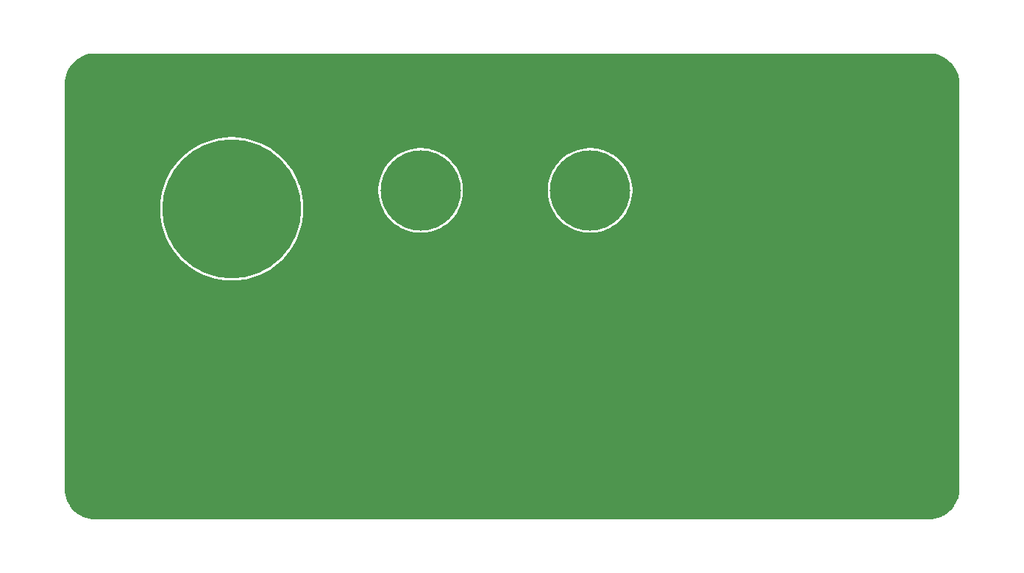
<source format=gbr>
%TF.GenerationSoftware,KiCad,Pcbnew,9.0.2*%
%TF.CreationDate,2025-05-19T10:19:53-04:00*%
%TF.ProjectId,backPanel,6261636b-5061-46e6-956c-2e6b69636164,rev?*%
%TF.SameCoordinates,Original*%
%TF.FileFunction,Copper,L1,Top*%
%TF.FilePolarity,Positive*%
%FSLAX46Y46*%
G04 Gerber Fmt 4.6, Leading zero omitted, Abs format (unit mm)*
G04 Created by KiCad (PCBNEW 9.0.2) date 2025-05-19 10:19:53*
%MOMM*%
%LPD*%
G01*
G04 APERTURE LIST*
%TA.AperFunction,ComponentPad*%
%ADD10C,6.000000*%
%TD*%
%TA.AperFunction,ComponentPad*%
%ADD11C,8.000000*%
%TD*%
%TA.AperFunction,SMDPad,CuDef*%
%ADD12C,16.000000*%
%TD*%
%TA.AperFunction,SMDPad,CuDef*%
%ADD13C,9.250000*%
%TD*%
G04 APERTURE END LIST*
D10*
%TO.P,J8,1*%
%TO.N,GND*%
X94000000Y-129875000D03*
%TD*%
%TO.P,J5,1*%
%TO.N,GND*%
X94000000Y-84735000D03*
%TD*%
%TO.P,J7,1*%
%TO.N,GND*%
X190020000Y-129875000D03*
%TD*%
D11*
%TO.P,J4,1*%
%TO.N,GND*%
X179200000Y-98995000D03*
%TD*%
D12*
%TO.P,J1,1*%
%TO.N,N/C*%
X109750000Y-98390000D03*
%TD*%
D10*
%TO.P,J6,1*%
%TO.N,GND*%
X190020000Y-84735000D03*
%TD*%
D13*
%TO.P,J2,1*%
%TO.N,N/C*%
X151000000Y-96270000D03*
%TD*%
%TO.P,J3,1*%
%TO.N,N/C*%
X131500000Y-96270000D03*
%TD*%
%TA.AperFunction,Conductor*%
%TO.N,GND*%
G36*
X190023032Y-80500648D02*
G01*
X190355949Y-80517004D01*
X190368058Y-80518197D01*
X190694741Y-80566656D01*
X190706675Y-80569030D01*
X191027036Y-80649276D01*
X191038675Y-80652806D01*
X191349649Y-80764073D01*
X191360870Y-80768721D01*
X191659440Y-80909935D01*
X191670168Y-80915670D01*
X191953432Y-81085452D01*
X191963550Y-81092212D01*
X192228826Y-81288954D01*
X192238232Y-81296674D01*
X192482943Y-81518467D01*
X192491532Y-81527056D01*
X192534948Y-81574958D01*
X192713325Y-81771767D01*
X192721045Y-81781173D01*
X192917787Y-82046449D01*
X192924547Y-82056567D01*
X193094329Y-82339831D01*
X193100066Y-82350563D01*
X193241273Y-82649118D01*
X193245930Y-82660361D01*
X193357191Y-82971318D01*
X193360723Y-82982963D01*
X193440969Y-83303324D01*
X193443343Y-83315258D01*
X193491802Y-83641941D01*
X193492995Y-83654051D01*
X193509351Y-83986966D01*
X193509500Y-83993051D01*
X193509500Y-130616948D01*
X193509351Y-130623033D01*
X193492995Y-130955948D01*
X193491802Y-130968058D01*
X193443343Y-131294741D01*
X193440969Y-131306675D01*
X193360723Y-131627036D01*
X193357191Y-131638681D01*
X193245930Y-131949638D01*
X193241273Y-131960881D01*
X193100066Y-132259436D01*
X193094329Y-132270168D01*
X192924547Y-132553432D01*
X192917787Y-132563550D01*
X192721045Y-132828826D01*
X192713325Y-132838232D01*
X192491540Y-133082935D01*
X192482935Y-133091540D01*
X192238232Y-133313325D01*
X192228826Y-133321045D01*
X191963550Y-133517787D01*
X191953432Y-133524547D01*
X191670168Y-133694329D01*
X191659436Y-133700066D01*
X191360881Y-133841273D01*
X191349638Y-133845930D01*
X191038681Y-133957191D01*
X191027036Y-133960723D01*
X190706675Y-134040969D01*
X190694741Y-134043343D01*
X190368058Y-134091802D01*
X190355948Y-134092995D01*
X190042329Y-134108403D01*
X190023031Y-134109351D01*
X190016949Y-134109500D01*
X94003051Y-134109500D01*
X93996968Y-134109351D01*
X93976545Y-134108347D01*
X93664051Y-134092995D01*
X93651941Y-134091802D01*
X93325258Y-134043343D01*
X93313324Y-134040969D01*
X92992963Y-133960723D01*
X92981318Y-133957191D01*
X92670361Y-133845930D01*
X92659118Y-133841273D01*
X92360563Y-133700066D01*
X92349831Y-133694329D01*
X92066567Y-133524547D01*
X92056449Y-133517787D01*
X91791173Y-133321045D01*
X91781767Y-133313325D01*
X91742609Y-133277834D01*
X91537056Y-133091532D01*
X91528467Y-133082943D01*
X91306674Y-132838232D01*
X91298954Y-132828826D01*
X91102212Y-132563550D01*
X91095452Y-132553432D01*
X90925670Y-132270168D01*
X90919933Y-132259436D01*
X90783799Y-131971606D01*
X90778721Y-131960870D01*
X90774073Y-131949649D01*
X90662806Y-131638675D01*
X90659276Y-131627036D01*
X90579030Y-131306675D01*
X90576656Y-131294741D01*
X90528197Y-130968058D01*
X90527004Y-130955947D01*
X90510649Y-130623032D01*
X90510500Y-130616948D01*
X90510500Y-98119907D01*
X101499500Y-98119907D01*
X101499500Y-98660093D01*
X101514706Y-98892091D01*
X101534830Y-99199129D01*
X101605337Y-99734687D01*
X101605339Y-99734698D01*
X101710717Y-100264472D01*
X101710721Y-100264490D01*
X101850534Y-100786278D01*
X101850536Y-100786286D01*
X102024170Y-101297793D01*
X102024174Y-101297804D01*
X102230892Y-101796866D01*
X102469810Y-102281342D01*
X102739898Y-102749149D01*
X102739914Y-102749174D01*
X103040016Y-103198308D01*
X103368855Y-103626859D01*
X103368860Y-103626864D01*
X103368861Y-103626866D01*
X103725030Y-104033000D01*
X104107000Y-104414970D01*
X104513134Y-104771139D01*
X104513140Y-104771144D01*
X104941691Y-105099983D01*
X105390825Y-105400085D01*
X105390850Y-105400101D01*
X105858657Y-105670189D01*
X106343133Y-105909107D01*
X106578396Y-106006556D01*
X106842204Y-106115829D01*
X107165712Y-106225645D01*
X107353713Y-106289463D01*
X107353717Y-106289464D01*
X107353723Y-106289466D01*
X107875504Y-106429277D01*
X107875508Y-106429277D01*
X107875509Y-106429278D01*
X107875527Y-106429282D01*
X108392078Y-106532029D01*
X108405311Y-106534662D01*
X108940876Y-106605170D01*
X109479907Y-106640500D01*
X109479918Y-106640500D01*
X110020082Y-106640500D01*
X110020093Y-106640500D01*
X110559124Y-106605170D01*
X111094689Y-106534662D01*
X111349668Y-106483943D01*
X111624472Y-106429282D01*
X111624481Y-106429279D01*
X111624496Y-106429277D01*
X112146277Y-106289466D01*
X112657796Y-106115829D01*
X113156864Y-105909108D01*
X113641342Y-105670189D01*
X114109158Y-105400096D01*
X114558307Y-105099984D01*
X114986866Y-104771139D01*
X115393000Y-104414970D01*
X115774970Y-104033000D01*
X116131139Y-103626866D01*
X116459984Y-103198307D01*
X116760096Y-102749158D01*
X117030189Y-102281342D01*
X117269108Y-101796864D01*
X117475829Y-101297796D01*
X117649466Y-100786277D01*
X117789277Y-100264496D01*
X117894662Y-99734689D01*
X117965170Y-99199124D01*
X118000500Y-98660093D01*
X118000500Y-98119907D01*
X117965170Y-97580876D01*
X117894662Y-97045311D01*
X117789277Y-96515504D01*
X117761606Y-96412234D01*
X117674331Y-96086518D01*
X117666455Y-96057126D01*
X126624500Y-96057126D01*
X126624500Y-96482873D01*
X126661605Y-96906989D01*
X126735533Y-97326251D01*
X126735536Y-97326264D01*
X126845719Y-97737477D01*
X126845722Y-97737487D01*
X126845723Y-97737488D01*
X126991334Y-98137551D01*
X126991337Y-98137558D01*
X126991338Y-98137560D01*
X126991341Y-98137568D01*
X127171254Y-98523390D01*
X127171262Y-98523406D01*
X127384122Y-98892091D01*
X127384131Y-98892106D01*
X127628325Y-99240850D01*
X127837057Y-99489606D01*
X127901980Y-99566978D01*
X128203022Y-99868020D01*
X128319078Y-99965403D01*
X128529149Y-100141674D01*
X128529155Y-100141678D01*
X128529156Y-100141679D01*
X128877900Y-100385873D01*
X129246600Y-100598741D01*
X129246609Y-100598745D01*
X129632431Y-100778658D01*
X129632435Y-100778659D01*
X129632449Y-100778666D01*
X130032512Y-100924277D01*
X130032518Y-100924278D01*
X130032522Y-100924280D01*
X130144507Y-100954286D01*
X130443743Y-101034466D01*
X130863013Y-101108395D01*
X131287129Y-101145499D01*
X131287130Y-101145500D01*
X131287131Y-101145500D01*
X131712870Y-101145500D01*
X131712870Y-101145499D01*
X132136987Y-101108395D01*
X132556257Y-101034466D01*
X132967488Y-100924277D01*
X133367551Y-100778666D01*
X133753400Y-100598741D01*
X134122100Y-100385873D01*
X134470844Y-100141679D01*
X134796978Y-99868020D01*
X135098020Y-99566978D01*
X135371679Y-99240844D01*
X135615873Y-98892100D01*
X135828741Y-98523400D01*
X136008666Y-98137551D01*
X136154277Y-97737488D01*
X136264466Y-97326257D01*
X136338395Y-96906987D01*
X136375500Y-96482869D01*
X136375500Y-96057131D01*
X136375500Y-96057126D01*
X146124500Y-96057126D01*
X146124500Y-96482873D01*
X146161605Y-96906989D01*
X146235533Y-97326251D01*
X146235536Y-97326264D01*
X146345719Y-97737477D01*
X146345722Y-97737487D01*
X146345723Y-97737488D01*
X146491334Y-98137551D01*
X146491337Y-98137558D01*
X146491338Y-98137560D01*
X146491341Y-98137568D01*
X146671254Y-98523390D01*
X146671262Y-98523406D01*
X146884122Y-98892091D01*
X146884131Y-98892106D01*
X147128325Y-99240850D01*
X147337057Y-99489606D01*
X147401980Y-99566978D01*
X147703022Y-99868020D01*
X147819078Y-99965403D01*
X148029149Y-100141674D01*
X148029155Y-100141678D01*
X148029156Y-100141679D01*
X148377900Y-100385873D01*
X148746600Y-100598741D01*
X148746609Y-100598745D01*
X149132431Y-100778658D01*
X149132435Y-100778659D01*
X149132449Y-100778666D01*
X149532512Y-100924277D01*
X149532518Y-100924278D01*
X149532522Y-100924280D01*
X149644507Y-100954286D01*
X149943743Y-101034466D01*
X150363013Y-101108395D01*
X150787129Y-101145499D01*
X150787130Y-101145500D01*
X150787131Y-101145500D01*
X151212870Y-101145500D01*
X151212870Y-101145499D01*
X151636987Y-101108395D01*
X152056257Y-101034466D01*
X152467488Y-100924277D01*
X152867551Y-100778666D01*
X153253400Y-100598741D01*
X153622100Y-100385873D01*
X153970844Y-100141679D01*
X154296978Y-99868020D01*
X154598020Y-99566978D01*
X154871679Y-99240844D01*
X155115873Y-98892100D01*
X155328741Y-98523400D01*
X155508666Y-98137551D01*
X155654277Y-97737488D01*
X155764466Y-97326257D01*
X155838395Y-96906987D01*
X155875500Y-96482869D01*
X155875500Y-96057131D01*
X155838395Y-95633013D01*
X155764466Y-95213743D01*
X155654277Y-94802512D01*
X155508666Y-94402449D01*
X155328741Y-94016600D01*
X155115873Y-93647900D01*
X154871679Y-93299156D01*
X154871678Y-93299155D01*
X154871674Y-93299149D01*
X154598017Y-92973019D01*
X154296980Y-92671982D01*
X153970850Y-92398325D01*
X153622106Y-92154131D01*
X153622103Y-92154129D01*
X153622100Y-92154127D01*
X153370491Y-92008861D01*
X153253406Y-91941262D01*
X153253390Y-91941254D01*
X152867568Y-91761341D01*
X152867560Y-91761338D01*
X152867558Y-91761337D01*
X152867551Y-91761334D01*
X152467488Y-91615723D01*
X152467487Y-91615722D01*
X152467477Y-91615719D01*
X152056264Y-91505536D01*
X152056267Y-91505536D01*
X152056257Y-91505534D01*
X151997064Y-91495096D01*
X151636989Y-91431605D01*
X151212873Y-91394500D01*
X151212869Y-91394500D01*
X150787131Y-91394500D01*
X150787126Y-91394500D01*
X150363010Y-91431605D01*
X149943748Y-91505533D01*
X149943745Y-91505533D01*
X149943743Y-91505534D01*
X149943738Y-91505535D01*
X149943735Y-91505536D01*
X149532522Y-91615719D01*
X149355868Y-91680016D01*
X149132449Y-91761334D01*
X149132445Y-91761335D01*
X149132439Y-91761338D01*
X149132431Y-91761341D01*
X148746609Y-91941254D01*
X148746593Y-91941262D01*
X148377908Y-92154122D01*
X148377893Y-92154131D01*
X148029149Y-92398325D01*
X147703019Y-92671982D01*
X147401982Y-92973019D01*
X147128325Y-93299149D01*
X146884131Y-93647893D01*
X146884122Y-93647908D01*
X146671262Y-94016593D01*
X146671254Y-94016609D01*
X146491341Y-94402431D01*
X146491338Y-94402439D01*
X146345719Y-94802522D01*
X146235536Y-95213735D01*
X146235533Y-95213748D01*
X146161605Y-95633010D01*
X146124500Y-96057126D01*
X136375500Y-96057126D01*
X136338395Y-95633013D01*
X136264466Y-95213743D01*
X136154277Y-94802512D01*
X136008666Y-94402449D01*
X135828741Y-94016600D01*
X135615873Y-93647900D01*
X135371679Y-93299156D01*
X135371678Y-93299155D01*
X135371674Y-93299149D01*
X135098017Y-92973019D01*
X134796980Y-92671982D01*
X134470850Y-92398325D01*
X134122106Y-92154131D01*
X134122103Y-92154129D01*
X134122100Y-92154127D01*
X133870491Y-92008861D01*
X133753406Y-91941262D01*
X133753390Y-91941254D01*
X133367568Y-91761341D01*
X133367560Y-91761338D01*
X133367558Y-91761337D01*
X133367551Y-91761334D01*
X132967488Y-91615723D01*
X132967487Y-91615722D01*
X132967477Y-91615719D01*
X132556264Y-91505536D01*
X132556267Y-91505536D01*
X132556257Y-91505534D01*
X132497064Y-91495096D01*
X132136989Y-91431605D01*
X131712873Y-91394500D01*
X131712869Y-91394500D01*
X131287131Y-91394500D01*
X131287126Y-91394500D01*
X130863010Y-91431605D01*
X130443748Y-91505533D01*
X130443745Y-91505533D01*
X130443743Y-91505534D01*
X130443738Y-91505535D01*
X130443735Y-91505536D01*
X130032522Y-91615719D01*
X129855868Y-91680016D01*
X129632449Y-91761334D01*
X129632445Y-91761335D01*
X129632439Y-91761338D01*
X129632431Y-91761341D01*
X129246609Y-91941254D01*
X129246593Y-91941262D01*
X128877908Y-92154122D01*
X128877893Y-92154131D01*
X128529149Y-92398325D01*
X128203019Y-92671982D01*
X127901982Y-92973019D01*
X127628325Y-93299149D01*
X127384131Y-93647893D01*
X127384122Y-93647908D01*
X127171262Y-94016593D01*
X127171254Y-94016609D01*
X126991341Y-94402431D01*
X126991338Y-94402439D01*
X126845719Y-94802522D01*
X126735536Y-95213735D01*
X126735533Y-95213748D01*
X126661605Y-95633010D01*
X126624500Y-96057126D01*
X117666455Y-96057126D01*
X117649465Y-95993721D01*
X117649463Y-95993713D01*
X117585645Y-95805712D01*
X117475829Y-95482204D01*
X117269108Y-94983136D01*
X117030189Y-94498658D01*
X117030189Y-94498657D01*
X116760101Y-94030850D01*
X116760085Y-94030825D01*
X116459983Y-93581691D01*
X116131144Y-93153140D01*
X115973185Y-92973022D01*
X115774970Y-92747000D01*
X115393000Y-92365030D01*
X114986866Y-92008861D01*
X114986864Y-92008860D01*
X114986859Y-92008855D01*
X114558308Y-91680016D01*
X114109174Y-91379914D01*
X114109149Y-91379898D01*
X113641342Y-91109810D01*
X113156866Y-90870892D01*
X112657804Y-90664174D01*
X112657793Y-90664170D01*
X112146286Y-90490536D01*
X112146278Y-90490534D01*
X111624490Y-90350721D01*
X111624472Y-90350717D01*
X111094698Y-90245339D01*
X111094687Y-90245337D01*
X110559129Y-90174830D01*
X110390676Y-90163789D01*
X110020093Y-90139500D01*
X109479907Y-90139500D01*
X109131122Y-90162360D01*
X108940870Y-90174830D01*
X108405312Y-90245337D01*
X108405301Y-90245339D01*
X107875527Y-90350717D01*
X107875509Y-90350721D01*
X107353721Y-90490534D01*
X107353713Y-90490536D01*
X106842206Y-90664170D01*
X106842195Y-90664174D01*
X106343133Y-90870892D01*
X105858657Y-91109810D01*
X105390850Y-91379898D01*
X105390825Y-91379914D01*
X104941691Y-91680016D01*
X104513140Y-92008855D01*
X104106995Y-92365034D01*
X103725034Y-92746995D01*
X103368855Y-93153140D01*
X103040016Y-93581691D01*
X102739914Y-94030825D01*
X102739898Y-94030850D01*
X102469810Y-94498657D01*
X102230892Y-94983133D01*
X102024174Y-95482195D01*
X102024170Y-95482206D01*
X101850536Y-95993713D01*
X101850534Y-95993721D01*
X101710721Y-96515509D01*
X101710717Y-96515527D01*
X101605339Y-97045301D01*
X101605337Y-97045312D01*
X101534830Y-97580870D01*
X101534830Y-97580876D01*
X101499500Y-98119907D01*
X90510500Y-98119907D01*
X90510500Y-83993051D01*
X90510649Y-83986967D01*
X90527004Y-83654052D01*
X90528197Y-83641941D01*
X90576656Y-83315258D01*
X90579030Y-83303324D01*
X90659276Y-82982963D01*
X90662804Y-82971329D01*
X90774076Y-82660343D01*
X90778718Y-82649136D01*
X90919939Y-82350551D01*
X90925663Y-82339842D01*
X91095460Y-82056554D01*
X91102203Y-82046461D01*
X91298962Y-81781162D01*
X91306665Y-81771777D01*
X91528476Y-81527046D01*
X91537046Y-81518476D01*
X91781777Y-81296665D01*
X91791162Y-81288962D01*
X92056461Y-81092203D01*
X92066554Y-81085460D01*
X92349842Y-80915663D01*
X92360551Y-80909939D01*
X92659136Y-80768718D01*
X92670343Y-80764076D01*
X92981329Y-80652804D01*
X92992956Y-80649278D01*
X93313324Y-80569030D01*
X93325255Y-80566656D01*
X93651944Y-80518196D01*
X93664048Y-80517004D01*
X93996967Y-80500648D01*
X94003051Y-80500500D01*
X94065892Y-80500500D01*
X189954108Y-80500500D01*
X190016949Y-80500500D01*
X190023032Y-80500648D01*
G37*
%TD.AperFunction*%
%TD*%
M02*

</source>
